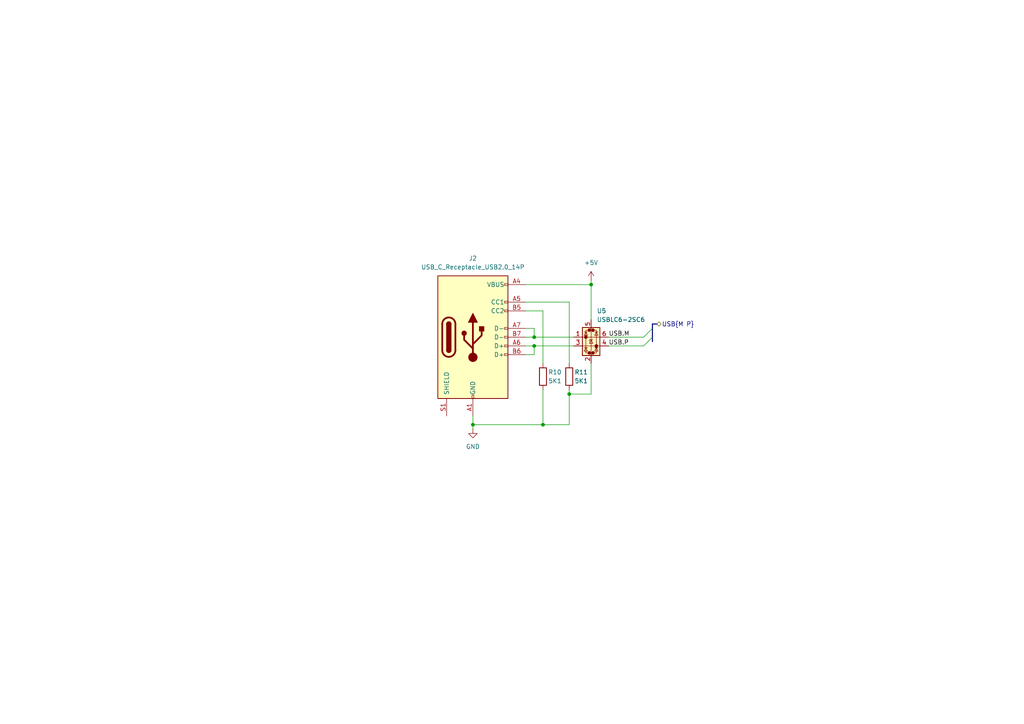
<source format=kicad_sch>
(kicad_sch (version 20231120) (generator "eeschema") (generator_version "8.0")
  (paper "A4")
  (lib_symbols
    (symbol "Connector:USB_C_Receptacle_USB2.0_14P" (pin_names (offset 1.016))
      (property "Reference" "J" (at 0 22.225 0))
      (property "Value" "USB_C_Receptacle_USB2.0_14P" (at 0 19.685 0))
      (symbol "USB_C_Receptacle_USB2.0_14P_0_0"
        (rectangle (start -0.254 -17.78) (end 0.254 -16.764))
        (rectangle (start 10.16 -4.826) (end 9.144 -5.334))
        (rectangle (start 10.16 -2.286) (end 9.144 -2.794))
        (rectangle (start 10.16 0.254) (end 9.144 -0.254))
        (rectangle (start 10.16 2.794) (end 9.144 2.286))
        (rectangle (start 10.16 7.874) (end 9.144 7.366))
        (rectangle (start 10.16 10.414) (end 9.144 9.906))
        (rectangle (start 10.16 15.494) (end 9.144 14.986))
      )
      (symbol "USB_C_Receptacle_USB2.0_14P_0_1"
        (rectangle (start -10.16 17.78) (end 10.16 -17.78) (stroke (width 0.254)) (fill (type background)))
        (arc (start -8.89 -3.81) (mid -6.985 -5.7067) (end -5.08 -3.81) (stroke (width 0.508)))
        (arc (start -7.62 -3.81) (mid -6.985 -4.4423) (end -6.35 -3.81) (stroke (width 0.254)))
        (arc (start -7.62 -3.81) (mid -6.985 -4.4423) (end -6.35 -3.81) (stroke (width 0.254)) (fill (type outline)))
        (rectangle (start -7.62 -3.81) (end -6.35 3.81) (stroke (width 0.254)) (fill (type outline)))
        (arc (start -6.35 3.81) (mid -6.985 4.4423) (end -7.62 3.81) (stroke (width 0.254)))
        (arc (start -6.35 3.81) (mid -6.985 4.4423) (end -7.62 3.81) (stroke (width 0.254)) (fill (type outline)))
        (arc (start -5.08 3.81) (mid -6.985 5.7067) (end -8.89 3.81) (stroke (width 0.508)))
        (circle (center -2.54 1.143) (radius 0.635) (stroke (width 0.254)) (fill (type outline)))
        (circle (center 0 -5.842) (radius 1.27) (fill (type outline)))
        (polyline (pts (xy -8.89 -3.81) (xy -8.89 3.81)) (stroke (width 0.508)))
        (polyline (pts (xy -5.08 3.81) (xy -5.08 -3.81)) (stroke (width 0.508)))
        (polyline (pts (xy 0 -5.842) (xy 0 4.318)) (stroke (width 0.508)))
        (polyline (pts (xy 0 -3.302) (xy -2.54 -0.762) (xy -2.54 0.508)) (stroke (width 0.508)))
        (polyline (pts (xy 0 -2.032) (xy 2.54 0.508) (xy 2.54 1.778)) (stroke (width 0.508)))
        (polyline (pts (xy -1.27 4.318) (xy 0 6.858) (xy 1.27 4.318) (xy -1.27 4.318)) (stroke (width 0.254)) (fill (type outline)))
        (rectangle (start 1.905 1.778) (end 3.175 3.048) (stroke (width 0.254)) (fill (type outline)))
      )
      (symbol "USB_C_Receptacle_USB2.0_14P_1_1"
        (pin passive line (at 0 -22.86 90) (length 5.08) (name "GND") (number "A1"))
        (pin passive line (at 0 -22.86 90) (length 5.08) hide (name "GND") (number "A12"))
        (pin passive line (at 15.24 15.24 180) (length 5.08) (name "VBUS") (number "A4"))
        (pin bidirectional line (at 15.24 10.16 180) (length 5.08) (name "CC1") (number "A5"))
        (pin bidirectional line (at 15.24 -2.54 180) (length 5.08) (name "D+") (number "A6"))
        (pin bidirectional line (at 15.24 2.54 180) (length 5.08) (name "D-") (number "A7"))
        (pin passive line (at 15.24 15.24 180) (length 5.08) hide (name "VBUS") (number "A9"))
        (pin passive line (at 0 -22.86 90) (length 5.08) hide (name "GND") (number "B1"))
        (pin passive line (at 0 -22.86 90) (length 5.08) hide (name "GND") (number "B12"))
        (pin passive line (at 15.24 15.24 180) (length 5.08) hide (name "VBUS") (number "B4"))
        (pin bidirectional line (at 15.24 7.62 180) (length 5.08) (name "CC2") (number "B5"))
        (pin bidirectional line (at 15.24 -5.08 180) (length 5.08) (name "D+") (number "B6"))
        (pin bidirectional line (at 15.24 0 180) (length 5.08) (name "D-") (number "B7"))
        (pin passive line (at 15.24 15.24 180) (length 5.08) hide (name "VBUS") (number "B9"))
        (pin passive line (at -7.62 -22.86 90) (length 5.08) (name "SHIELD") (number "S1"))
      )
    )
    (symbol "Device:R" (pin_numbers hide) (pin_names (offset 0))
      (property "Reference" "R" (at 2.032 0 90))
      (property "Value" "R" (at 0 0 90))
      (symbol "R_0_1"
        (rectangle (start -1.016 -2.54) (end 1.016 2.54) (stroke (width 0.254)))
      )
      (symbol "R_1_1"
        (pin passive line (at 0 3.81 270) (length 1.27) (name "~") (number "1"))
        (pin passive line (at 0 -3.81 90) (length 1.27) (name "~") (number "2"))
      )
    )
    (symbol "Power_Protection:USBLC6-2SC6" (pin_names hide)
      (property "Reference" "U" (at 0.635 5.715 0))
      (property "Value" "USBLC6-2SC6" (at 0.635 3.81 0))
      (symbol "USBLC6-2SC6_0_0"
        (circle (center -1.524 0) (radius 0.0001) (stroke (width 0.508)))
        (circle (center -0.508 -4.572) (radius 0.0001) (stroke (width 0.508)))
        (circle (center -0.508 2.032) (radius 0.0001) (stroke (width 0.508)))
        (circle (center 0.508 -4.572) (radius 0.0001) (stroke (width 0.508)))
        (circle (center 0.508 2.032) (radius 0.0001) (stroke (width 0.508)))
        (circle (center 1.524 -2.54) (radius 0.0001) (stroke (width 0.508)))
      )
      (symbol "USBLC6-2SC6_0_1"
        (polyline (pts (xy -2.54 -2.54) (xy 2.54 -2.54)))
        (polyline (pts (xy -2.54 0) (xy 2.54 0)))
        (polyline (pts (xy -2.032 -3.048) (xy -1.016 -3.048)))
        (polyline (pts (xy -1.016 1.524) (xy -2.032 1.524)))
        (polyline (pts (xy 1.016 -3.048) (xy 2.032 -3.048)))
        (polyline (pts (xy 1.016 1.524) (xy 2.032 1.524)))
        (polyline (pts (xy -0.508 -1.143) (xy -0.508 -0.762) (xy 0.508 -0.762)))
        (polyline (pts (xy -2.032 0.508) (xy -1.016 0.508) (xy -1.524 1.524) (xy -2.032 0.508)))
        (polyline (pts (xy -1.016 -4.064) (xy -2.032 -4.064) (xy -1.524 -3.048) (xy -1.016 -4.064)))
        (polyline (pts (xy 0.508 -1.778) (xy -0.508 -1.778) (xy 0 -0.762) (xy 0.508 -1.778)))
        (polyline (pts (xy 2.032 -4.064) (xy 1.016 -4.064) (xy 1.524 -3.048) (xy 2.032 -4.064)))
        (polyline (pts (xy 2.032 0.508) (xy 1.016 0.508) (xy 1.524 1.524) (xy 2.032 0.508)))
        (polyline (pts (xy 0 2.54) (xy -0.508 2.032) (xy 0.508 2.032) (xy 0 1.524) (xy 0 -4.064) (xy -0.508 -4.572) (xy 0.508 -4.572) (xy 0 -5.08)))
      )
      (symbol "USBLC6-2SC6_1_1"
        (rectangle (start -2.54 2.794) (end 2.54 -5.334) (stroke (width 0.254)) (fill (type background)))
        (polyline (pts (xy -0.508 2.032) (xy -1.524 2.032) (xy -1.524 -4.572) (xy -0.508 -4.572)))
        (polyline (pts (xy 0.508 -4.572) (xy 1.524 -4.572) (xy 1.524 2.032) (xy 0.508 2.032)))
        (pin passive line (at -5.08 0 0) (length 2.54) (name "I/O1") (number "1"))
        (pin passive line (at 0 -7.62 90) (length 2.54) (name "GND") (number "2"))
        (pin passive line (at -5.08 -2.54 0) (length 2.54) (name "I/O2") (number "3"))
        (pin passive line (at 5.08 -2.54 180) (length 2.54) (name "I/O2") (number "4"))
        (pin passive line (at 0 5.08 270) (length 2.54) (name "VBUS") (number "5"))
        (pin passive line (at 5.08 0 180) (length 2.54) (name "I/O1") (number "6"))
      )
    )
    (symbol "power:+5V" (power) (pin_numbers hide) (pin_names (offset 0) hide)
      (property "Value" "+5V" (at 0 3.556 0))
      (symbol "+5V_0_1"
        (polyline (pts (xy -0.762 1.27) (xy 0 2.54)))
        (polyline (pts (xy 0 0) (xy 0 2.54)))
        (polyline (pts (xy 0 2.54) (xy 0.762 1.27)))
      )
      (symbol "+5V_1_1"
        (pin power_in line (at 0 0 90) (length 0) (name "~") (number "1"))
      )
    )
    (symbol "power:GND" (power) (pin_numbers hide) (pin_names (offset 0) hide)
      (property "Value" "GND" (at 0 -3.81 0))
      (symbol "GND_0_1"
        (polyline (pts (xy 0 0) (xy 0 -1.27) (xy 1.27 -1.27) (xy 0 -2.54) (xy -1.27 -1.27) (xy 0 -1.27)))
      )
      (symbol "GND_1_1"
        (pin power_in line (at 0 0 270) (length 0) (name "~") (number "1"))
      )
    )
  )
  (junction (at 154.94 97.79))
  (junction (at 137.16 123.19))
  (junction (at 165.1 114.3))
  (junction (at 154.94 100.33))
  (junction (at 157.48 123.19))
  (junction (at 171.45 82.55))
  (bus_entry (at 189.23 95.25) (size -2.54 2.54))
  (bus_entry (at 189.23 97.79) (size -2.54 2.54))
  (wire (pts (xy 157.48 123.19) (xy 165.1 123.19)))
  (wire (pts (xy 171.45 105.41) (xy 171.45 114.3)))
  (bus (pts (xy 189.23 97.79) (xy 189.23 99.06)))
  (wire (pts (xy 186.69 97.79) (xy 176.53 97.79)))
  (bus (pts (xy 189.23 95.25) (xy 189.23 93.98)))
  (wire (pts (xy 154.94 95.25) (xy 154.94 97.79)))
  (wire (pts (xy 152.4 102.87) (xy 154.94 102.87)))
  (wire (pts (xy 171.45 81.28) (xy 171.45 82.55)))
  (wire (pts (xy 157.48 90.17) (xy 152.4 90.17)))
  (wire (pts (xy 137.16 123.19) (xy 137.16 120.65)))
  (wire (pts (xy 166.37 100.33) (xy 154.94 100.33)))
  (wire (pts (xy 154.94 97.79) (xy 152.4 97.79)))
  (wire (pts (xy 165.1 113.03) (xy 165.1 114.3)))
  (wire (pts (xy 165.1 114.3) (xy 165.1 123.19)))
  (wire (pts (xy 137.16 123.19) (xy 157.48 123.19)))
  (bus (pts (xy 189.23 97.79) (xy 189.23 95.25)))
  (wire (pts (xy 157.48 105.41) (xy 157.48 90.17)))
  (wire (pts (xy 171.45 82.55) (xy 152.4 82.55)))
  (wire (pts (xy 157.48 123.19) (xy 157.48 113.03)))
  (wire (pts (xy 171.45 92.71) (xy 171.45 82.55)))
  (wire (pts (xy 166.37 97.79) (xy 154.94 97.79)))
  (wire (pts (xy 154.94 100.33) (xy 152.4 100.33)))
  (wire (pts (xy 165.1 87.63) (xy 152.4 87.63)))
  (wire (pts (xy 165.1 105.41) (xy 165.1 87.63)))
  (bus (pts (xy 189.23 93.98) (xy 190.5 93.98)))
  (wire (pts (xy 137.16 124.46) (xy 137.16 123.19)))
  (wire (pts (xy 152.4 95.25) (xy 154.94 95.25)))
  (wire (pts (xy 186.69 100.33) (xy 176.53 100.33)))
  (wire (pts (xy 171.45 114.3) (xy 165.1 114.3)))
  (wire (pts (xy 154.94 102.87) (xy 154.94 100.33)))
  (label "USB.M" (at 176.53 97.79 0))
  (label "USB.P" (at 176.53 100.33 0))
  (hierarchical_label "USB{M P}" (shape bidirectional) (at 190.5 93.98 0))
  (symbol (lib_id "power:+5V") (at 171.45 81.28 0) (unit 1)
    (property "Reference" "#PWR019" (effects (hide yes)))
    (property "Value" "+5V" (at 171.45 76.2 0))
    (property "Description" "Power symbol creates a global label with name \"+5V\"" (effects (hide yes)))
  )
  (symbol (lib_id "Device:R") (at 157.48 109.22 0) (unit 1)
    (property "Reference" "R10" (at 159.004 107.95 0) (effects (justify left)))
    (property "Value" "5K1" (at 159.004 110.49 0) (effects (justify left)))
    (property "Description" "Resistor" (effects (hide yes)))
  )
  (symbol (lib_id "Device:R") (at 165.1 109.22 0) (unit 1)
    (property "Reference" "R11" (at 166.624 107.95 0) (effects (justify left)))
    (property "Value" "5K1" (at 166.624 110.49 0) (effects (justify left)))
    (property "Description" "Resistor" (effects (hide yes)))
  )
  (symbol (lib_id "Power_Protection:USBLC6-2SC6") (at 171.45 97.79 0) (unit 1)
    (property "Reference" "U5" (at 173.1011 90.17 0) (effects (justify left)))
    (property "Value" "USBLC6-2SC6" (at 173.1011 92.71 0) (effects (justify left)))
    (property "Footprint" "Package_TO_SOT_SMD:SOT-23-6" (effects (hide yes)))
    (property "Datasheet" "https://www.st.com/resource/en/datasheet/usblc6-2.pdf" (effects (hide yes)))
    (property "Description" "Very low capacitance ESD protection diode, 2 data-line, SOT-23-6" (effects (hide yes)))
  )
  (symbol (lib_id "Connector:USB_C_Receptacle_USB2.0_14P") (at 137.16 97.79 0) (unit 1)
    (property "Reference" "J2" (at 137.16 74.93 0))
    (property "Value" "USB_C_Receptacle_USB2.0_14P" (at 137.16 77.47 0))
    (property "Datasheet" "https://www.usb.org/sites/default/files/documents/usb_type-c.zip" (effects (hide yes)))
    (property "Description" "USB 2.0-only 14P Type-C Receptacle connector" (effects (hide yes)))
  )
  (symbol (lib_id "power:GND") (at 137.16 124.46 0) (unit 1)
    (property "Reference" "#PWR018" (effects (hide yes)))
    (property "Value" "GND" (at 137.16 129.54 0))
    (property "Description" "Power symbol creates a global label with name \"GND\" , ground" (effects (hide yes)))
  )
)
</source>
